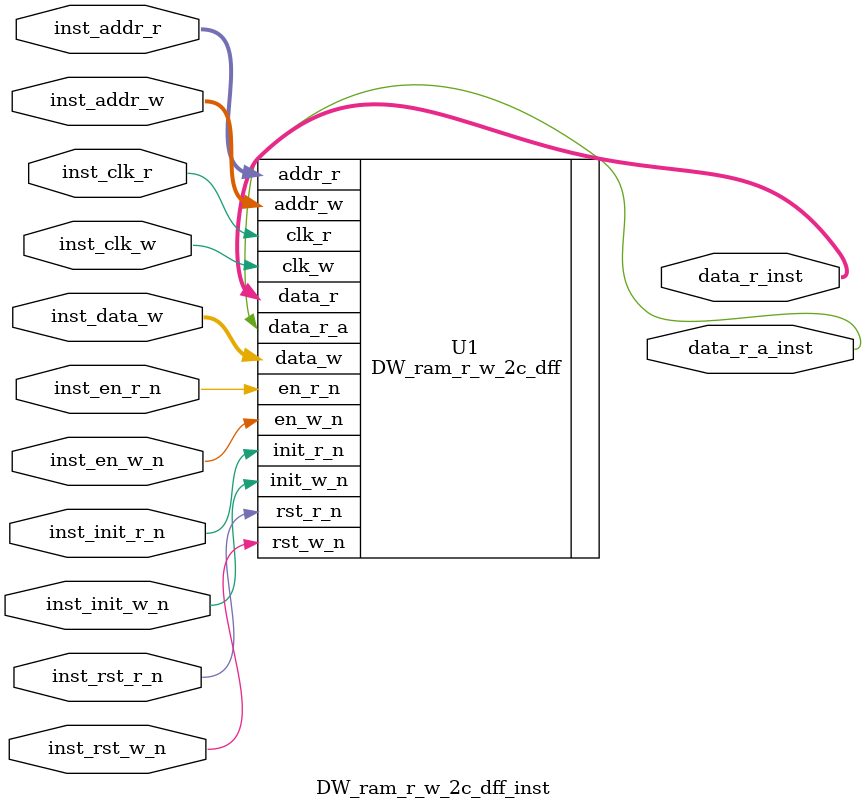
<source format=v>
module DW_ram_r_w_2c_dff_inst( inst_clk_w, inst_rst_w_n, inst_init_w_n, inst_en_w_n, inst_addr_w, 
		inst_data_w, inst_clk_r, inst_rst_r_n, inst_init_r_n, inst_en_r_n, 
		inst_addr_r, data_r_a_inst, data_r_inst );

parameter width = 8;
parameter depth = 8;
parameter addr_width = 3;  // set to ceil( log2( depth ) )
parameter mem_mode = 5;
parameter rst_mode = 1;


input inst_clk_w;
input inst_rst_w_n;
input inst_init_w_n;
input inst_en_w_n;
input [(addr_width)-1 : 0] inst_addr_w;
input [width-1 : 0] inst_data_w;
input inst_clk_r;
input inst_rst_r_n;
input inst_init_r_n;
input inst_en_r_n;
input [(addr_width)-1 : 0] inst_addr_r;
output data_r_a_inst;
output [width-1 : 0] data_r_inst;

    // Instance of DW_ram_r_w_2c_dff
    DW_ram_r_w_2c_dff #(width, depth, addr_width, mem_mode, rst_mode)
	  U1 ( .clk_w(inst_clk_w), .rst_w_n(inst_rst_w_n), .init_w_n(inst_init_w_n), .en_w_n(inst_en_w_n), .addr_w(inst_addr_w), .data_w(inst_data_w), .clk_r(inst_clk_r), .rst_r_n(inst_rst_r_n), .init_r_n(inst_init_r_n), .en_r_n(inst_en_r_n), .addr_r(inst_addr_r), .data_r_a(data_r_a_inst), .data_r(data_r_inst) );

endmodule

</source>
